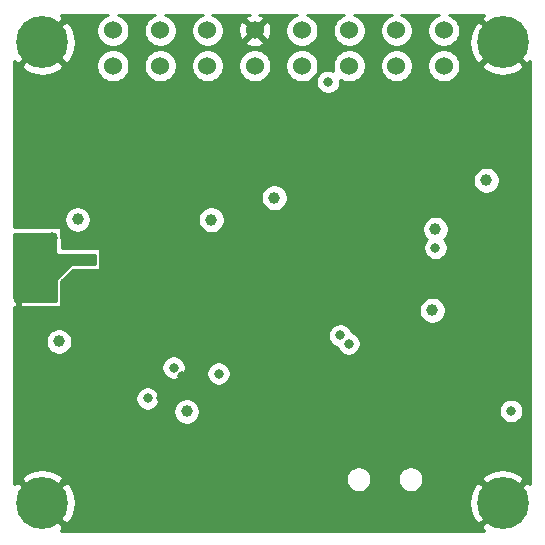
<source format=gbr>
G04 #@! TF.GenerationSoftware,KiCad,Pcbnew,5.1.6*
G04 #@! TF.CreationDate,2020-06-26T20:36:41-07:00*
G04 #@! TF.ProjectId,MegaBote,4d656761-426f-4746-952e-6b696361645f,rev?*
G04 #@! TF.SameCoordinates,Original*
G04 #@! TF.FileFunction,Copper,L2,Inr*
G04 #@! TF.FilePolarity,Positive*
%FSLAX46Y46*%
G04 Gerber Fmt 4.6, Leading zero omitted, Abs format (unit mm)*
G04 Created by KiCad (PCBNEW 5.1.6) date 2020-06-26 20:36:41*
%MOMM*%
%LPD*%
G01*
G04 APERTURE LIST*
G04 #@! TA.AperFunction,ViaPad*
%ADD10C,1.524000*%
G04 #@! TD*
G04 #@! TA.AperFunction,ViaPad*
%ADD11C,0.700000*%
G04 #@! TD*
G04 #@! TA.AperFunction,ViaPad*
%ADD12C,4.400000*%
G04 #@! TD*
G04 #@! TA.AperFunction,ViaPad*
%ADD13C,1.000000*%
G04 #@! TD*
G04 #@! TA.AperFunction,ViaPad*
%ADD14C,0.800000*%
G04 #@! TD*
G04 #@! TA.AperFunction,Conductor*
%ADD15C,0.500000*%
G04 #@! TD*
G04 #@! TA.AperFunction,Conductor*
%ADD16C,0.254000*%
G04 #@! TD*
G04 APERTURE END LIST*
D10*
X179000000Y-92000000D03*
X183000000Y-92000000D03*
X187000000Y-92000000D03*
X191000000Y-92000000D03*
X195000000Y-92000000D03*
X199000000Y-92000000D03*
X203000000Y-92000000D03*
X207000000Y-92000000D03*
X179000000Y-95000000D03*
X183000000Y-95000000D03*
X187000000Y-95000000D03*
X191000000Y-95000000D03*
X195000000Y-95000000D03*
X199000000Y-95000000D03*
X203000000Y-95000000D03*
X207000000Y-95000000D03*
D11*
X174166726Y-91833274D03*
X173000000Y-91350000D03*
X171833274Y-91833274D03*
X171350000Y-93000000D03*
X171833274Y-94166726D03*
X173000000Y-94650000D03*
X174166726Y-94166726D03*
X174650000Y-93000000D03*
D12*
X173000000Y-93000000D03*
X173000000Y-132000000D03*
D11*
X174650000Y-132000000D03*
X174166726Y-133166726D03*
X173000000Y-133650000D03*
X171833274Y-133166726D03*
X171350000Y-132000000D03*
X171833274Y-130833274D03*
X173000000Y-130350000D03*
X174166726Y-130833274D03*
D12*
X212000000Y-93000000D03*
D11*
X213650000Y-93000000D03*
X213166726Y-94166726D03*
X212000000Y-94650000D03*
X210833274Y-94166726D03*
X210350000Y-93000000D03*
X210833274Y-91833274D03*
X212000000Y-91350000D03*
X213166726Y-91833274D03*
X213166726Y-130833274D03*
X212000000Y-130350000D03*
X210833274Y-130833274D03*
X210350000Y-132000000D03*
X210833274Y-133166726D03*
X212000000Y-133650000D03*
X213166726Y-133166726D03*
X213650000Y-132000000D03*
D12*
X212000000Y-132000000D03*
D13*
X188610240Y-123347480D03*
D14*
X177271680Y-123271280D03*
X183055260Y-123118880D03*
D13*
X173863000Y-109550200D03*
D14*
X171069000Y-114655600D03*
D13*
X206098140Y-117782340D03*
X210947000Y-111734600D03*
X172252640Y-118277640D03*
X183134718Y-104702180D03*
X180493142Y-109602200D03*
X172000000Y-98000000D03*
X175000000Y-98000000D03*
X178000000Y-98000000D03*
X181000000Y-98000000D03*
X181000000Y-102000000D03*
X178000000Y-102000000D03*
X175000000Y-102000000D03*
X172000000Y-102000000D03*
X172000000Y-106000000D03*
X191000000Y-98000000D03*
X194000000Y-98000000D03*
X191000000Y-100000000D03*
X194000000Y-100000000D03*
X199000000Y-110000000D03*
X201000000Y-108000000D03*
X203000000Y-106000000D03*
X202000000Y-112000000D03*
X204000000Y-110000000D03*
X185397800Y-109602200D03*
X183397800Y-109602200D03*
X185000000Y-113000000D03*
X172186600Y-122021600D03*
X175000000Y-122000000D03*
X172000000Y-126000000D03*
X175000000Y-126000000D03*
X191000000Y-125000000D03*
X195000000Y-125000000D03*
X195000000Y-129000000D03*
X191000000Y-129000000D03*
X191000000Y-133000000D03*
X195000000Y-133000000D03*
X207000000Y-123000000D03*
X210000000Y-123000000D03*
D14*
X184840769Y-121248987D03*
D13*
X185233459Y-124258914D03*
X210609180Y-104686100D03*
X206298700Y-108839000D03*
X206039720Y-115686840D03*
X174424340Y-118328440D03*
X187325000Y-108027200D03*
X176000000Y-108000000D03*
D14*
X187934600Y-121056400D03*
X198945315Y-118521663D03*
X206298700Y-110413800D03*
X184133661Y-120541879D03*
X181924200Y-123150200D03*
X198238208Y-117814555D03*
X212699600Y-124202000D03*
D13*
X192645774Y-106169986D03*
D14*
X197205600Y-96342200D03*
D15*
X171069000Y-114655600D02*
X171069000Y-115671600D01*
D16*
G36*
X178338273Y-90761995D02*
G01*
X178109465Y-90914880D01*
X177914880Y-91109465D01*
X177761995Y-91338273D01*
X177656686Y-91592510D01*
X177603000Y-91862408D01*
X177603000Y-92137592D01*
X177656686Y-92407490D01*
X177761995Y-92661727D01*
X177914880Y-92890535D01*
X178109465Y-93085120D01*
X178338273Y-93238005D01*
X178592510Y-93343314D01*
X178862408Y-93397000D01*
X179137592Y-93397000D01*
X179407490Y-93343314D01*
X179661727Y-93238005D01*
X179890535Y-93085120D01*
X180085120Y-92890535D01*
X180238005Y-92661727D01*
X180343314Y-92407490D01*
X180397000Y-92137592D01*
X180397000Y-91862408D01*
X180343314Y-91592510D01*
X180238005Y-91338273D01*
X180085120Y-91109465D01*
X179890535Y-90914880D01*
X179661727Y-90761995D01*
X179415491Y-90660000D01*
X182584509Y-90660000D01*
X182338273Y-90761995D01*
X182109465Y-90914880D01*
X181914880Y-91109465D01*
X181761995Y-91338273D01*
X181656686Y-91592510D01*
X181603000Y-91862408D01*
X181603000Y-92137592D01*
X181656686Y-92407490D01*
X181761995Y-92661727D01*
X181914880Y-92890535D01*
X182109465Y-93085120D01*
X182338273Y-93238005D01*
X182592510Y-93343314D01*
X182862408Y-93397000D01*
X183137592Y-93397000D01*
X183407490Y-93343314D01*
X183661727Y-93238005D01*
X183890535Y-93085120D01*
X184085120Y-92890535D01*
X184238005Y-92661727D01*
X184343314Y-92407490D01*
X184397000Y-92137592D01*
X184397000Y-91862408D01*
X184343314Y-91592510D01*
X184238005Y-91338273D01*
X184085120Y-91109465D01*
X183890535Y-90914880D01*
X183661727Y-90761995D01*
X183415491Y-90660000D01*
X186584509Y-90660000D01*
X186338273Y-90761995D01*
X186109465Y-90914880D01*
X185914880Y-91109465D01*
X185761995Y-91338273D01*
X185656686Y-91592510D01*
X185603000Y-91862408D01*
X185603000Y-92137592D01*
X185656686Y-92407490D01*
X185761995Y-92661727D01*
X185914880Y-92890535D01*
X186109465Y-93085120D01*
X186338273Y-93238005D01*
X186592510Y-93343314D01*
X186862408Y-93397000D01*
X187137592Y-93397000D01*
X187407490Y-93343314D01*
X187661727Y-93238005D01*
X187890535Y-93085120D01*
X188010090Y-92965565D01*
X190214040Y-92965565D01*
X190281020Y-93205656D01*
X190530048Y-93322756D01*
X190797135Y-93389023D01*
X191072017Y-93401910D01*
X191344133Y-93360922D01*
X191603023Y-93267636D01*
X191718980Y-93205656D01*
X191785960Y-92965565D01*
X191000000Y-92179605D01*
X190214040Y-92965565D01*
X188010090Y-92965565D01*
X188085120Y-92890535D01*
X188238005Y-92661727D01*
X188343314Y-92407490D01*
X188397000Y-92137592D01*
X188397000Y-92072017D01*
X189598090Y-92072017D01*
X189639078Y-92344133D01*
X189732364Y-92603023D01*
X189794344Y-92718980D01*
X190034435Y-92785960D01*
X190820395Y-92000000D01*
X191179605Y-92000000D01*
X191965565Y-92785960D01*
X192205656Y-92718980D01*
X192322756Y-92469952D01*
X192389023Y-92202865D01*
X192401910Y-91927983D01*
X192360922Y-91655867D01*
X192267636Y-91396977D01*
X192205656Y-91281020D01*
X191965565Y-91214040D01*
X191179605Y-92000000D01*
X190820395Y-92000000D01*
X190034435Y-91214040D01*
X189794344Y-91281020D01*
X189677244Y-91530048D01*
X189610977Y-91797135D01*
X189598090Y-92072017D01*
X188397000Y-92072017D01*
X188397000Y-91862408D01*
X188343314Y-91592510D01*
X188238005Y-91338273D01*
X188085120Y-91109465D01*
X187890535Y-90914880D01*
X187661727Y-90761995D01*
X187415491Y-90660000D01*
X190597804Y-90660000D01*
X190396977Y-90732364D01*
X190281020Y-90794344D01*
X190214040Y-91034435D01*
X191000000Y-91820395D01*
X191785960Y-91034435D01*
X191718980Y-90794344D01*
X191469952Y-90677244D01*
X191400451Y-90660000D01*
X194584509Y-90660000D01*
X194338273Y-90761995D01*
X194109465Y-90914880D01*
X193914880Y-91109465D01*
X193761995Y-91338273D01*
X193656686Y-91592510D01*
X193603000Y-91862408D01*
X193603000Y-92137592D01*
X193656686Y-92407490D01*
X193761995Y-92661727D01*
X193914880Y-92890535D01*
X194109465Y-93085120D01*
X194338273Y-93238005D01*
X194592510Y-93343314D01*
X194862408Y-93397000D01*
X195137592Y-93397000D01*
X195407490Y-93343314D01*
X195661727Y-93238005D01*
X195890535Y-93085120D01*
X196085120Y-92890535D01*
X196238005Y-92661727D01*
X196343314Y-92407490D01*
X196397000Y-92137592D01*
X196397000Y-91862408D01*
X196343314Y-91592510D01*
X196238005Y-91338273D01*
X196085120Y-91109465D01*
X195890535Y-90914880D01*
X195661727Y-90761995D01*
X195415491Y-90660000D01*
X198584509Y-90660000D01*
X198338273Y-90761995D01*
X198109465Y-90914880D01*
X197914880Y-91109465D01*
X197761995Y-91338273D01*
X197656686Y-91592510D01*
X197603000Y-91862408D01*
X197603000Y-92137592D01*
X197656686Y-92407490D01*
X197761995Y-92661727D01*
X197914880Y-92890535D01*
X198109465Y-93085120D01*
X198338273Y-93238005D01*
X198592510Y-93343314D01*
X198862408Y-93397000D01*
X199137592Y-93397000D01*
X199407490Y-93343314D01*
X199661727Y-93238005D01*
X199890535Y-93085120D01*
X200085120Y-92890535D01*
X200238005Y-92661727D01*
X200343314Y-92407490D01*
X200397000Y-92137592D01*
X200397000Y-91862408D01*
X200343314Y-91592510D01*
X200238005Y-91338273D01*
X200085120Y-91109465D01*
X199890535Y-90914880D01*
X199661727Y-90761995D01*
X199415491Y-90660000D01*
X202584509Y-90660000D01*
X202338273Y-90761995D01*
X202109465Y-90914880D01*
X201914880Y-91109465D01*
X201761995Y-91338273D01*
X201656686Y-91592510D01*
X201603000Y-91862408D01*
X201603000Y-92137592D01*
X201656686Y-92407490D01*
X201761995Y-92661727D01*
X201914880Y-92890535D01*
X202109465Y-93085120D01*
X202338273Y-93238005D01*
X202592510Y-93343314D01*
X202862408Y-93397000D01*
X203137592Y-93397000D01*
X203407490Y-93343314D01*
X203661727Y-93238005D01*
X203890535Y-93085120D01*
X204085120Y-92890535D01*
X204238005Y-92661727D01*
X204343314Y-92407490D01*
X204397000Y-92137592D01*
X204397000Y-91862408D01*
X204343314Y-91592510D01*
X204238005Y-91338273D01*
X204085120Y-91109465D01*
X203890535Y-90914880D01*
X203661727Y-90761995D01*
X203415491Y-90660000D01*
X206584509Y-90660000D01*
X206338273Y-90761995D01*
X206109465Y-90914880D01*
X205914880Y-91109465D01*
X205761995Y-91338273D01*
X205656686Y-91592510D01*
X205603000Y-91862408D01*
X205603000Y-92137592D01*
X205656686Y-92407490D01*
X205761995Y-92661727D01*
X205914880Y-92890535D01*
X206109465Y-93085120D01*
X206338273Y-93238005D01*
X206592510Y-93343314D01*
X206862408Y-93397000D01*
X207137592Y-93397000D01*
X207407490Y-93343314D01*
X207661727Y-93238005D01*
X207890535Y-93085120D01*
X207960481Y-93015174D01*
X209151322Y-93015174D01*
X209209019Y-93570632D01*
X209373972Y-94104161D01*
X209622982Y-94570024D01*
X210010225Y-94810170D01*
X211820395Y-93000000D01*
X210010225Y-91189830D01*
X209622982Y-91429976D01*
X209362359Y-91923877D01*
X209203099Y-92459133D01*
X209151322Y-93015174D01*
X207960481Y-93015174D01*
X208085120Y-92890535D01*
X208238005Y-92661727D01*
X208343314Y-92407490D01*
X208397000Y-92137592D01*
X208397000Y-91862408D01*
X208343314Y-91592510D01*
X208238005Y-91338273D01*
X208085120Y-91109465D01*
X207890535Y-90914880D01*
X207661727Y-90761995D01*
X207415491Y-90660000D01*
X210407020Y-90660000D01*
X210189830Y-91010225D01*
X212000000Y-92820395D01*
X212014143Y-92806253D01*
X212193748Y-92985858D01*
X212179605Y-93000000D01*
X213989775Y-94810170D01*
X214340001Y-94592980D01*
X214340000Y-130407020D01*
X213989775Y-130189830D01*
X212179605Y-132000000D01*
X212193748Y-132014143D01*
X212014143Y-132193748D01*
X212000000Y-132179605D01*
X210189830Y-133989775D01*
X210407020Y-134340000D01*
X174592980Y-134340000D01*
X174810170Y-133989775D01*
X173000000Y-132179605D01*
X172985858Y-132193748D01*
X172806253Y-132014143D01*
X172820395Y-132000000D01*
X173179605Y-132000000D01*
X174989775Y-133810170D01*
X175377018Y-133570024D01*
X175637641Y-133076123D01*
X175796901Y-132540867D01*
X175845852Y-132015174D01*
X209151322Y-132015174D01*
X209209019Y-132570632D01*
X209373972Y-133104161D01*
X209622982Y-133570024D01*
X210010225Y-133810170D01*
X211820395Y-132000000D01*
X210010225Y-130189830D01*
X209622982Y-130429976D01*
X209362359Y-130923877D01*
X209203099Y-131459133D01*
X209151322Y-132015174D01*
X175845852Y-132015174D01*
X175848678Y-131984826D01*
X175790981Y-131429368D01*
X175626028Y-130895839D01*
X175377018Y-130429976D01*
X174989775Y-130189830D01*
X173179605Y-132000000D01*
X172820395Y-132000000D01*
X171010225Y-130189830D01*
X170660000Y-130407020D01*
X170660000Y-130010225D01*
X171189830Y-130010225D01*
X173000000Y-131820395D01*
X174810170Y-130010225D01*
X174737559Y-129893137D01*
X198715000Y-129893137D01*
X198715000Y-130106863D01*
X198756696Y-130316483D01*
X198838485Y-130513940D01*
X198957225Y-130691647D01*
X199108353Y-130842775D01*
X199286060Y-130961515D01*
X199483517Y-131043304D01*
X199693137Y-131085000D01*
X199906863Y-131085000D01*
X200116483Y-131043304D01*
X200313940Y-130961515D01*
X200491647Y-130842775D01*
X200642775Y-130691647D01*
X200761515Y-130513940D01*
X200843304Y-130316483D01*
X200885000Y-130106863D01*
X200885000Y-129893137D01*
X203115000Y-129893137D01*
X203115000Y-130106863D01*
X203156696Y-130316483D01*
X203238485Y-130513940D01*
X203357225Y-130691647D01*
X203508353Y-130842775D01*
X203686060Y-130961515D01*
X203883517Y-131043304D01*
X204093137Y-131085000D01*
X204306863Y-131085000D01*
X204516483Y-131043304D01*
X204713940Y-130961515D01*
X204891647Y-130842775D01*
X205042775Y-130691647D01*
X205161515Y-130513940D01*
X205243304Y-130316483D01*
X205285000Y-130106863D01*
X205285000Y-130010225D01*
X210189830Y-130010225D01*
X212000000Y-131820395D01*
X213810170Y-130010225D01*
X213570024Y-129622982D01*
X213076123Y-129362359D01*
X212540867Y-129203099D01*
X211984826Y-129151322D01*
X211429368Y-129209019D01*
X210895839Y-129373972D01*
X210429976Y-129622982D01*
X210189830Y-130010225D01*
X205285000Y-130010225D01*
X205285000Y-129893137D01*
X205243304Y-129683517D01*
X205161515Y-129486060D01*
X205042775Y-129308353D01*
X204891647Y-129157225D01*
X204713940Y-129038485D01*
X204516483Y-128956696D01*
X204306863Y-128915000D01*
X204093137Y-128915000D01*
X203883517Y-128956696D01*
X203686060Y-129038485D01*
X203508353Y-129157225D01*
X203357225Y-129308353D01*
X203238485Y-129486060D01*
X203156696Y-129683517D01*
X203115000Y-129893137D01*
X200885000Y-129893137D01*
X200843304Y-129683517D01*
X200761515Y-129486060D01*
X200642775Y-129308353D01*
X200491647Y-129157225D01*
X200313940Y-129038485D01*
X200116483Y-128956696D01*
X199906863Y-128915000D01*
X199693137Y-128915000D01*
X199483517Y-128956696D01*
X199286060Y-129038485D01*
X199108353Y-129157225D01*
X198957225Y-129308353D01*
X198838485Y-129486060D01*
X198756696Y-129683517D01*
X198715000Y-129893137D01*
X174737559Y-129893137D01*
X174570024Y-129622982D01*
X174076123Y-129362359D01*
X173540867Y-129203099D01*
X172984826Y-129151322D01*
X172429368Y-129209019D01*
X171895839Y-129373972D01*
X171429976Y-129622982D01*
X171189830Y-130010225D01*
X170660000Y-130010225D01*
X170660000Y-123048261D01*
X180889200Y-123048261D01*
X180889200Y-123252139D01*
X180928974Y-123452098D01*
X181006995Y-123640456D01*
X181120263Y-123809974D01*
X181264426Y-123954137D01*
X181433944Y-124067405D01*
X181622302Y-124145426D01*
X181822261Y-124185200D01*
X182026139Y-124185200D01*
X182217551Y-124147126D01*
X184098459Y-124147126D01*
X184098459Y-124370702D01*
X184142076Y-124589981D01*
X184227635Y-124796538D01*
X184351847Y-124982434D01*
X184509939Y-125140526D01*
X184695835Y-125264738D01*
X184902392Y-125350297D01*
X185121671Y-125393914D01*
X185345247Y-125393914D01*
X185564526Y-125350297D01*
X185771083Y-125264738D01*
X185956979Y-125140526D01*
X186115071Y-124982434D01*
X186239283Y-124796538D01*
X186324842Y-124589981D01*
X186368459Y-124370702D01*
X186368459Y-124147126D01*
X186359098Y-124100061D01*
X211664600Y-124100061D01*
X211664600Y-124303939D01*
X211704374Y-124503898D01*
X211782395Y-124692256D01*
X211895663Y-124861774D01*
X212039826Y-125005937D01*
X212209344Y-125119205D01*
X212397702Y-125197226D01*
X212597661Y-125237000D01*
X212801539Y-125237000D01*
X213001498Y-125197226D01*
X213189856Y-125119205D01*
X213359374Y-125005937D01*
X213503537Y-124861774D01*
X213616805Y-124692256D01*
X213694826Y-124503898D01*
X213734600Y-124303939D01*
X213734600Y-124100061D01*
X213694826Y-123900102D01*
X213616805Y-123711744D01*
X213503537Y-123542226D01*
X213359374Y-123398063D01*
X213189856Y-123284795D01*
X213001498Y-123206774D01*
X212801539Y-123167000D01*
X212597661Y-123167000D01*
X212397702Y-123206774D01*
X212209344Y-123284795D01*
X212039826Y-123398063D01*
X211895663Y-123542226D01*
X211782395Y-123711744D01*
X211704374Y-123900102D01*
X211664600Y-124100061D01*
X186359098Y-124100061D01*
X186324842Y-123927847D01*
X186239283Y-123721290D01*
X186115071Y-123535394D01*
X185956979Y-123377302D01*
X185771083Y-123253090D01*
X185564526Y-123167531D01*
X185345247Y-123123914D01*
X185121671Y-123123914D01*
X184902392Y-123167531D01*
X184695835Y-123253090D01*
X184509939Y-123377302D01*
X184351847Y-123535394D01*
X184227635Y-123721290D01*
X184142076Y-123927847D01*
X184098459Y-124147126D01*
X182217551Y-124147126D01*
X182226098Y-124145426D01*
X182414456Y-124067405D01*
X182583974Y-123954137D01*
X182728137Y-123809974D01*
X182841405Y-123640456D01*
X182919426Y-123452098D01*
X182959200Y-123252139D01*
X182959200Y-123048261D01*
X182919426Y-122848302D01*
X182841405Y-122659944D01*
X182728137Y-122490426D01*
X182583974Y-122346263D01*
X182414456Y-122232995D01*
X182226098Y-122154974D01*
X182026139Y-122115200D01*
X181822261Y-122115200D01*
X181622302Y-122154974D01*
X181433944Y-122232995D01*
X181264426Y-122346263D01*
X181120263Y-122490426D01*
X181006995Y-122659944D01*
X180928974Y-122848302D01*
X180889200Y-123048261D01*
X170660000Y-123048261D01*
X170660000Y-120439940D01*
X183098661Y-120439940D01*
X183098661Y-120643818D01*
X183138435Y-120843777D01*
X183216456Y-121032135D01*
X183329724Y-121201653D01*
X183473887Y-121345816D01*
X183643405Y-121459084D01*
X183831763Y-121537105D01*
X184031722Y-121576879D01*
X184235600Y-121576879D01*
X184435559Y-121537105D01*
X184623917Y-121459084D01*
X184793435Y-121345816D01*
X184937598Y-121201653D01*
X185050866Y-121032135D01*
X185083039Y-120954461D01*
X186899600Y-120954461D01*
X186899600Y-121158339D01*
X186939374Y-121358298D01*
X187017395Y-121546656D01*
X187130663Y-121716174D01*
X187274826Y-121860337D01*
X187444344Y-121973605D01*
X187632702Y-122051626D01*
X187832661Y-122091400D01*
X188036539Y-122091400D01*
X188236498Y-122051626D01*
X188424856Y-121973605D01*
X188594374Y-121860337D01*
X188738537Y-121716174D01*
X188851805Y-121546656D01*
X188929826Y-121358298D01*
X188969600Y-121158339D01*
X188969600Y-120954461D01*
X188929826Y-120754502D01*
X188851805Y-120566144D01*
X188738537Y-120396626D01*
X188594374Y-120252463D01*
X188424856Y-120139195D01*
X188236498Y-120061174D01*
X188036539Y-120021400D01*
X187832661Y-120021400D01*
X187632702Y-120061174D01*
X187444344Y-120139195D01*
X187274826Y-120252463D01*
X187130663Y-120396626D01*
X187017395Y-120566144D01*
X186939374Y-120754502D01*
X186899600Y-120954461D01*
X185083039Y-120954461D01*
X185128887Y-120843777D01*
X185168661Y-120643818D01*
X185168661Y-120439940D01*
X185128887Y-120239981D01*
X185050866Y-120051623D01*
X184937598Y-119882105D01*
X184793435Y-119737942D01*
X184623917Y-119624674D01*
X184435559Y-119546653D01*
X184235600Y-119506879D01*
X184031722Y-119506879D01*
X183831763Y-119546653D01*
X183643405Y-119624674D01*
X183473887Y-119737942D01*
X183329724Y-119882105D01*
X183216456Y-120051623D01*
X183138435Y-120239981D01*
X183098661Y-120439940D01*
X170660000Y-120439940D01*
X170660000Y-118216652D01*
X173289340Y-118216652D01*
X173289340Y-118440228D01*
X173332957Y-118659507D01*
X173418516Y-118866064D01*
X173542728Y-119051960D01*
X173700820Y-119210052D01*
X173886716Y-119334264D01*
X174093273Y-119419823D01*
X174312552Y-119463440D01*
X174536128Y-119463440D01*
X174755407Y-119419823D01*
X174961964Y-119334264D01*
X175147860Y-119210052D01*
X175305952Y-119051960D01*
X175430164Y-118866064D01*
X175515723Y-118659507D01*
X175559340Y-118440228D01*
X175559340Y-118216652D01*
X175515723Y-117997373D01*
X175430164Y-117790816D01*
X175377913Y-117712616D01*
X197203208Y-117712616D01*
X197203208Y-117916494D01*
X197242982Y-118116453D01*
X197321003Y-118304811D01*
X197434271Y-118474329D01*
X197578434Y-118618492D01*
X197747952Y-118731760D01*
X197936310Y-118809781D01*
X197947803Y-118812067D01*
X197950089Y-118823561D01*
X198028110Y-119011919D01*
X198141378Y-119181437D01*
X198285541Y-119325600D01*
X198455059Y-119438868D01*
X198643417Y-119516889D01*
X198843376Y-119556663D01*
X199047254Y-119556663D01*
X199247213Y-119516889D01*
X199435571Y-119438868D01*
X199605089Y-119325600D01*
X199749252Y-119181437D01*
X199862520Y-119011919D01*
X199940541Y-118823561D01*
X199980315Y-118623602D01*
X199980315Y-118419724D01*
X199940541Y-118219765D01*
X199862520Y-118031407D01*
X199749252Y-117861889D01*
X199605089Y-117717726D01*
X199435571Y-117604458D01*
X199247213Y-117526437D01*
X199235720Y-117524151D01*
X199233434Y-117512657D01*
X199155413Y-117324299D01*
X199042145Y-117154781D01*
X198897982Y-117010618D01*
X198728464Y-116897350D01*
X198540106Y-116819329D01*
X198340147Y-116779555D01*
X198136269Y-116779555D01*
X197936310Y-116819329D01*
X197747952Y-116897350D01*
X197578434Y-117010618D01*
X197434271Y-117154781D01*
X197321003Y-117324299D01*
X197242982Y-117512657D01*
X197203208Y-117712616D01*
X175377913Y-117712616D01*
X175305952Y-117604920D01*
X175147860Y-117446828D01*
X174961964Y-117322616D01*
X174755407Y-117237057D01*
X174536128Y-117193440D01*
X174312552Y-117193440D01*
X174093273Y-117237057D01*
X173886716Y-117322616D01*
X173700820Y-117446828D01*
X173542728Y-117604920D01*
X173418516Y-117790816D01*
X173332957Y-117997373D01*
X173289340Y-118216652D01*
X170660000Y-118216652D01*
X170660000Y-115575052D01*
X204904720Y-115575052D01*
X204904720Y-115798628D01*
X204948337Y-116017907D01*
X205033896Y-116224464D01*
X205158108Y-116410360D01*
X205316200Y-116568452D01*
X205502096Y-116692664D01*
X205708653Y-116778223D01*
X205927932Y-116821840D01*
X206151508Y-116821840D01*
X206370787Y-116778223D01*
X206577344Y-116692664D01*
X206763240Y-116568452D01*
X206921332Y-116410360D01*
X207045544Y-116224464D01*
X207131103Y-116017907D01*
X207174720Y-115798628D01*
X207174720Y-115575052D01*
X207131103Y-115355773D01*
X207045544Y-115149216D01*
X206921332Y-114963320D01*
X206763240Y-114805228D01*
X206577344Y-114681016D01*
X206370787Y-114595457D01*
X206151508Y-114551840D01*
X205927932Y-114551840D01*
X205708653Y-114595457D01*
X205502096Y-114681016D01*
X205316200Y-114805228D01*
X205158108Y-114963320D01*
X205033896Y-115149216D01*
X204948337Y-115355773D01*
X204904720Y-115575052D01*
X170660000Y-115575052D01*
X170660000Y-115377000D01*
X174500000Y-115377000D01*
X174524776Y-115374560D01*
X174548601Y-115367333D01*
X174570557Y-115355597D01*
X174589803Y-115339803D01*
X174605597Y-115320557D01*
X174617333Y-115298601D01*
X174624560Y-115274776D01*
X174627000Y-115249877D01*
X174625053Y-113236779D01*
X175616220Y-112292810D01*
X177750677Y-112267991D01*
X177775423Y-112265263D01*
X177799162Y-112257760D01*
X177820980Y-112245769D01*
X177840041Y-112229752D01*
X177855610Y-112210325D01*
X177867090Y-112188233D01*
X177874039Y-112164327D01*
X177876200Y-112141000D01*
X177876200Y-110566200D01*
X177873760Y-110541424D01*
X177866533Y-110517599D01*
X177854797Y-110495643D01*
X177839003Y-110476397D01*
X177819757Y-110460603D01*
X177797801Y-110448867D01*
X177773976Y-110441640D01*
X177749200Y-110439200D01*
X174648774Y-110439200D01*
X174626989Y-108748364D01*
X174624230Y-108723621D01*
X174616697Y-108699892D01*
X174604679Y-108678088D01*
X174588638Y-108659048D01*
X174569191Y-108643503D01*
X174547085Y-108632051D01*
X174523170Y-108625131D01*
X174500000Y-108623000D01*
X170660000Y-108623000D01*
X170660000Y-107888212D01*
X174865000Y-107888212D01*
X174865000Y-108111788D01*
X174908617Y-108331067D01*
X174994176Y-108537624D01*
X175118388Y-108723520D01*
X175276480Y-108881612D01*
X175462376Y-109005824D01*
X175668933Y-109091383D01*
X175888212Y-109135000D01*
X176111788Y-109135000D01*
X176331067Y-109091383D01*
X176537624Y-109005824D01*
X176723520Y-108881612D01*
X176881612Y-108723520D01*
X177005824Y-108537624D01*
X177091383Y-108331067D01*
X177135000Y-108111788D01*
X177135000Y-107915412D01*
X186190000Y-107915412D01*
X186190000Y-108138988D01*
X186233617Y-108358267D01*
X186319176Y-108564824D01*
X186443388Y-108750720D01*
X186601480Y-108908812D01*
X186787376Y-109033024D01*
X186993933Y-109118583D01*
X187213212Y-109162200D01*
X187436788Y-109162200D01*
X187656067Y-109118583D01*
X187862624Y-109033024D01*
X188048520Y-108908812D01*
X188206612Y-108750720D01*
X188222319Y-108727212D01*
X205163700Y-108727212D01*
X205163700Y-108950788D01*
X205207317Y-109170067D01*
X205292876Y-109376624D01*
X205417088Y-109562520D01*
X205551679Y-109697111D01*
X205494763Y-109754026D01*
X205381495Y-109923544D01*
X205303474Y-110111902D01*
X205263700Y-110311861D01*
X205263700Y-110515739D01*
X205303474Y-110715698D01*
X205381495Y-110904056D01*
X205494763Y-111073574D01*
X205638926Y-111217737D01*
X205808444Y-111331005D01*
X205996802Y-111409026D01*
X206196761Y-111448800D01*
X206400639Y-111448800D01*
X206600598Y-111409026D01*
X206788956Y-111331005D01*
X206958474Y-111217737D01*
X207102637Y-111073574D01*
X207215905Y-110904056D01*
X207293926Y-110715698D01*
X207333700Y-110515739D01*
X207333700Y-110311861D01*
X207293926Y-110111902D01*
X207215905Y-109923544D01*
X207102637Y-109754026D01*
X207045722Y-109697111D01*
X207180312Y-109562520D01*
X207304524Y-109376624D01*
X207390083Y-109170067D01*
X207433700Y-108950788D01*
X207433700Y-108727212D01*
X207390083Y-108507933D01*
X207304524Y-108301376D01*
X207180312Y-108115480D01*
X207022220Y-107957388D01*
X206836324Y-107833176D01*
X206629767Y-107747617D01*
X206410488Y-107704000D01*
X206186912Y-107704000D01*
X205967633Y-107747617D01*
X205761076Y-107833176D01*
X205575180Y-107957388D01*
X205417088Y-108115480D01*
X205292876Y-108301376D01*
X205207317Y-108507933D01*
X205163700Y-108727212D01*
X188222319Y-108727212D01*
X188330824Y-108564824D01*
X188416383Y-108358267D01*
X188460000Y-108138988D01*
X188460000Y-107915412D01*
X188416383Y-107696133D01*
X188330824Y-107489576D01*
X188206612Y-107303680D01*
X188048520Y-107145588D01*
X187862624Y-107021376D01*
X187656067Y-106935817D01*
X187436788Y-106892200D01*
X187213212Y-106892200D01*
X186993933Y-106935817D01*
X186787376Y-107021376D01*
X186601480Y-107145588D01*
X186443388Y-107303680D01*
X186319176Y-107489576D01*
X186233617Y-107696133D01*
X186190000Y-107915412D01*
X177135000Y-107915412D01*
X177135000Y-107888212D01*
X177091383Y-107668933D01*
X177005824Y-107462376D01*
X176881612Y-107276480D01*
X176723520Y-107118388D01*
X176537624Y-106994176D01*
X176331067Y-106908617D01*
X176111788Y-106865000D01*
X175888212Y-106865000D01*
X175668933Y-106908617D01*
X175462376Y-106994176D01*
X175276480Y-107118388D01*
X175118388Y-107276480D01*
X174994176Y-107462376D01*
X174908617Y-107668933D01*
X174865000Y-107888212D01*
X170660000Y-107888212D01*
X170660000Y-106058198D01*
X191510774Y-106058198D01*
X191510774Y-106281774D01*
X191554391Y-106501053D01*
X191639950Y-106707610D01*
X191764162Y-106893506D01*
X191922254Y-107051598D01*
X192108150Y-107175810D01*
X192314707Y-107261369D01*
X192533986Y-107304986D01*
X192757562Y-107304986D01*
X192976841Y-107261369D01*
X193183398Y-107175810D01*
X193369294Y-107051598D01*
X193527386Y-106893506D01*
X193651598Y-106707610D01*
X193737157Y-106501053D01*
X193780774Y-106281774D01*
X193780774Y-106058198D01*
X193737157Y-105838919D01*
X193651598Y-105632362D01*
X193527386Y-105446466D01*
X193369294Y-105288374D01*
X193183398Y-105164162D01*
X192976841Y-105078603D01*
X192757562Y-105034986D01*
X192533986Y-105034986D01*
X192314707Y-105078603D01*
X192108150Y-105164162D01*
X191922254Y-105288374D01*
X191764162Y-105446466D01*
X191639950Y-105632362D01*
X191554391Y-105838919D01*
X191510774Y-106058198D01*
X170660000Y-106058198D01*
X170660000Y-104574312D01*
X209474180Y-104574312D01*
X209474180Y-104797888D01*
X209517797Y-105017167D01*
X209603356Y-105223724D01*
X209727568Y-105409620D01*
X209885660Y-105567712D01*
X210071556Y-105691924D01*
X210278113Y-105777483D01*
X210497392Y-105821100D01*
X210720968Y-105821100D01*
X210940247Y-105777483D01*
X211146804Y-105691924D01*
X211332700Y-105567712D01*
X211490792Y-105409620D01*
X211615004Y-105223724D01*
X211700563Y-105017167D01*
X211744180Y-104797888D01*
X211744180Y-104574312D01*
X211700563Y-104355033D01*
X211615004Y-104148476D01*
X211490792Y-103962580D01*
X211332700Y-103804488D01*
X211146804Y-103680276D01*
X210940247Y-103594717D01*
X210720968Y-103551100D01*
X210497392Y-103551100D01*
X210278113Y-103594717D01*
X210071556Y-103680276D01*
X209885660Y-103804488D01*
X209727568Y-103962580D01*
X209603356Y-104148476D01*
X209517797Y-104355033D01*
X209474180Y-104574312D01*
X170660000Y-104574312D01*
X170660000Y-94989775D01*
X171189830Y-94989775D01*
X171429976Y-95377018D01*
X171923877Y-95637641D01*
X172459133Y-95796901D01*
X173015174Y-95848678D01*
X173570632Y-95790981D01*
X174104161Y-95626028D01*
X174570024Y-95377018D01*
X174810170Y-94989775D01*
X174682803Y-94862408D01*
X177603000Y-94862408D01*
X177603000Y-95137592D01*
X177656686Y-95407490D01*
X177761995Y-95661727D01*
X177914880Y-95890535D01*
X178109465Y-96085120D01*
X178338273Y-96238005D01*
X178592510Y-96343314D01*
X178862408Y-96397000D01*
X179137592Y-96397000D01*
X179407490Y-96343314D01*
X179661727Y-96238005D01*
X179890535Y-96085120D01*
X180085120Y-95890535D01*
X180238005Y-95661727D01*
X180343314Y-95407490D01*
X180397000Y-95137592D01*
X180397000Y-94862408D01*
X181603000Y-94862408D01*
X181603000Y-95137592D01*
X181656686Y-95407490D01*
X181761995Y-95661727D01*
X181914880Y-95890535D01*
X182109465Y-96085120D01*
X182338273Y-96238005D01*
X182592510Y-96343314D01*
X182862408Y-96397000D01*
X183137592Y-96397000D01*
X183407490Y-96343314D01*
X183661727Y-96238005D01*
X183890535Y-96085120D01*
X184085120Y-95890535D01*
X184238005Y-95661727D01*
X184343314Y-95407490D01*
X184397000Y-95137592D01*
X184397000Y-94862408D01*
X185603000Y-94862408D01*
X185603000Y-95137592D01*
X185656686Y-95407490D01*
X185761995Y-95661727D01*
X185914880Y-95890535D01*
X186109465Y-96085120D01*
X186338273Y-96238005D01*
X186592510Y-96343314D01*
X186862408Y-96397000D01*
X187137592Y-96397000D01*
X187407490Y-96343314D01*
X187661727Y-96238005D01*
X187890535Y-96085120D01*
X188085120Y-95890535D01*
X188238005Y-95661727D01*
X188343314Y-95407490D01*
X188397000Y-95137592D01*
X188397000Y-94862408D01*
X189603000Y-94862408D01*
X189603000Y-95137592D01*
X189656686Y-95407490D01*
X189761995Y-95661727D01*
X189914880Y-95890535D01*
X190109465Y-96085120D01*
X190338273Y-96238005D01*
X190592510Y-96343314D01*
X190862408Y-96397000D01*
X191137592Y-96397000D01*
X191407490Y-96343314D01*
X191661727Y-96238005D01*
X191890535Y-96085120D01*
X192085120Y-95890535D01*
X192238005Y-95661727D01*
X192343314Y-95407490D01*
X192397000Y-95137592D01*
X192397000Y-94862408D01*
X193603000Y-94862408D01*
X193603000Y-95137592D01*
X193656686Y-95407490D01*
X193761995Y-95661727D01*
X193914880Y-95890535D01*
X194109465Y-96085120D01*
X194338273Y-96238005D01*
X194592510Y-96343314D01*
X194862408Y-96397000D01*
X195137592Y-96397000D01*
X195407490Y-96343314D01*
X195656280Y-96240261D01*
X196170600Y-96240261D01*
X196170600Y-96444139D01*
X196210374Y-96644098D01*
X196288395Y-96832456D01*
X196401663Y-97001974D01*
X196545826Y-97146137D01*
X196715344Y-97259405D01*
X196903702Y-97337426D01*
X197103661Y-97377200D01*
X197307539Y-97377200D01*
X197507498Y-97337426D01*
X197695856Y-97259405D01*
X197865374Y-97146137D01*
X198009537Y-97001974D01*
X198122805Y-96832456D01*
X198200826Y-96644098D01*
X198240600Y-96444139D01*
X198240600Y-96240261D01*
X198225111Y-96162392D01*
X198338273Y-96238005D01*
X198592510Y-96343314D01*
X198862408Y-96397000D01*
X199137592Y-96397000D01*
X199407490Y-96343314D01*
X199661727Y-96238005D01*
X199890535Y-96085120D01*
X200085120Y-95890535D01*
X200238005Y-95661727D01*
X200343314Y-95407490D01*
X200397000Y-95137592D01*
X200397000Y-94862408D01*
X201603000Y-94862408D01*
X201603000Y-95137592D01*
X201656686Y-95407490D01*
X201761995Y-95661727D01*
X201914880Y-95890535D01*
X202109465Y-96085120D01*
X202338273Y-96238005D01*
X202592510Y-96343314D01*
X202862408Y-96397000D01*
X203137592Y-96397000D01*
X203407490Y-96343314D01*
X203661727Y-96238005D01*
X203890535Y-96085120D01*
X204085120Y-95890535D01*
X204238005Y-95661727D01*
X204343314Y-95407490D01*
X204397000Y-95137592D01*
X204397000Y-94862408D01*
X205603000Y-94862408D01*
X205603000Y-95137592D01*
X205656686Y-95407490D01*
X205761995Y-95661727D01*
X205914880Y-95890535D01*
X206109465Y-96085120D01*
X206338273Y-96238005D01*
X206592510Y-96343314D01*
X206862408Y-96397000D01*
X207137592Y-96397000D01*
X207407490Y-96343314D01*
X207661727Y-96238005D01*
X207890535Y-96085120D01*
X208085120Y-95890535D01*
X208238005Y-95661727D01*
X208343314Y-95407490D01*
X208397000Y-95137592D01*
X208397000Y-94989775D01*
X210189830Y-94989775D01*
X210429976Y-95377018D01*
X210923877Y-95637641D01*
X211459133Y-95796901D01*
X212015174Y-95848678D01*
X212570632Y-95790981D01*
X213104161Y-95626028D01*
X213570024Y-95377018D01*
X213810170Y-94989775D01*
X212000000Y-93179605D01*
X210189830Y-94989775D01*
X208397000Y-94989775D01*
X208397000Y-94862408D01*
X208343314Y-94592510D01*
X208238005Y-94338273D01*
X208085120Y-94109465D01*
X207890535Y-93914880D01*
X207661727Y-93761995D01*
X207407490Y-93656686D01*
X207137592Y-93603000D01*
X206862408Y-93603000D01*
X206592510Y-93656686D01*
X206338273Y-93761995D01*
X206109465Y-93914880D01*
X205914880Y-94109465D01*
X205761995Y-94338273D01*
X205656686Y-94592510D01*
X205603000Y-94862408D01*
X204397000Y-94862408D01*
X204343314Y-94592510D01*
X204238005Y-94338273D01*
X204085120Y-94109465D01*
X203890535Y-93914880D01*
X203661727Y-93761995D01*
X203407490Y-93656686D01*
X203137592Y-93603000D01*
X202862408Y-93603000D01*
X202592510Y-93656686D01*
X202338273Y-93761995D01*
X202109465Y-93914880D01*
X201914880Y-94109465D01*
X201761995Y-94338273D01*
X201656686Y-94592510D01*
X201603000Y-94862408D01*
X200397000Y-94862408D01*
X200343314Y-94592510D01*
X200238005Y-94338273D01*
X200085120Y-94109465D01*
X199890535Y-93914880D01*
X199661727Y-93761995D01*
X199407490Y-93656686D01*
X199137592Y-93603000D01*
X198862408Y-93603000D01*
X198592510Y-93656686D01*
X198338273Y-93761995D01*
X198109465Y-93914880D01*
X197914880Y-94109465D01*
X197761995Y-94338273D01*
X197656686Y-94592510D01*
X197603000Y-94862408D01*
X197603000Y-95137592D01*
X197656686Y-95407490D01*
X197657326Y-95409035D01*
X197507498Y-95346974D01*
X197307539Y-95307200D01*
X197103661Y-95307200D01*
X196903702Y-95346974D01*
X196715344Y-95424995D01*
X196545826Y-95538263D01*
X196401663Y-95682426D01*
X196288395Y-95851944D01*
X196210374Y-96040302D01*
X196170600Y-96240261D01*
X195656280Y-96240261D01*
X195661727Y-96238005D01*
X195890535Y-96085120D01*
X196085120Y-95890535D01*
X196238005Y-95661727D01*
X196343314Y-95407490D01*
X196397000Y-95137592D01*
X196397000Y-94862408D01*
X196343314Y-94592510D01*
X196238005Y-94338273D01*
X196085120Y-94109465D01*
X195890535Y-93914880D01*
X195661727Y-93761995D01*
X195407490Y-93656686D01*
X195137592Y-93603000D01*
X194862408Y-93603000D01*
X194592510Y-93656686D01*
X194338273Y-93761995D01*
X194109465Y-93914880D01*
X193914880Y-94109465D01*
X193761995Y-94338273D01*
X193656686Y-94592510D01*
X193603000Y-94862408D01*
X192397000Y-94862408D01*
X192343314Y-94592510D01*
X192238005Y-94338273D01*
X192085120Y-94109465D01*
X191890535Y-93914880D01*
X191661727Y-93761995D01*
X191407490Y-93656686D01*
X191137592Y-93603000D01*
X190862408Y-93603000D01*
X190592510Y-93656686D01*
X190338273Y-93761995D01*
X190109465Y-93914880D01*
X189914880Y-94109465D01*
X189761995Y-94338273D01*
X189656686Y-94592510D01*
X189603000Y-94862408D01*
X188397000Y-94862408D01*
X188343314Y-94592510D01*
X188238005Y-94338273D01*
X188085120Y-94109465D01*
X187890535Y-93914880D01*
X187661727Y-93761995D01*
X187407490Y-93656686D01*
X187137592Y-93603000D01*
X186862408Y-93603000D01*
X186592510Y-93656686D01*
X186338273Y-93761995D01*
X186109465Y-93914880D01*
X185914880Y-94109465D01*
X185761995Y-94338273D01*
X185656686Y-94592510D01*
X185603000Y-94862408D01*
X184397000Y-94862408D01*
X184343314Y-94592510D01*
X184238005Y-94338273D01*
X184085120Y-94109465D01*
X183890535Y-93914880D01*
X183661727Y-93761995D01*
X183407490Y-93656686D01*
X183137592Y-93603000D01*
X182862408Y-93603000D01*
X182592510Y-93656686D01*
X182338273Y-93761995D01*
X182109465Y-93914880D01*
X181914880Y-94109465D01*
X181761995Y-94338273D01*
X181656686Y-94592510D01*
X181603000Y-94862408D01*
X180397000Y-94862408D01*
X180343314Y-94592510D01*
X180238005Y-94338273D01*
X180085120Y-94109465D01*
X179890535Y-93914880D01*
X179661727Y-93761995D01*
X179407490Y-93656686D01*
X179137592Y-93603000D01*
X178862408Y-93603000D01*
X178592510Y-93656686D01*
X178338273Y-93761995D01*
X178109465Y-93914880D01*
X177914880Y-94109465D01*
X177761995Y-94338273D01*
X177656686Y-94592510D01*
X177603000Y-94862408D01*
X174682803Y-94862408D01*
X173000000Y-93179605D01*
X171189830Y-94989775D01*
X170660000Y-94989775D01*
X170660000Y-94592980D01*
X171010225Y-94810170D01*
X172820395Y-93000000D01*
X173179605Y-93000000D01*
X174989775Y-94810170D01*
X175377018Y-94570024D01*
X175637641Y-94076123D01*
X175796901Y-93540867D01*
X175848678Y-92984826D01*
X175790981Y-92429368D01*
X175626028Y-91895839D01*
X175377018Y-91429976D01*
X174989775Y-91189830D01*
X173179605Y-93000000D01*
X172820395Y-93000000D01*
X172806253Y-92985858D01*
X172985858Y-92806253D01*
X173000000Y-92820395D01*
X174810170Y-91010225D01*
X174592980Y-90660000D01*
X178584509Y-90660000D01*
X178338273Y-90761995D01*
G37*
X178338273Y-90761995D02*
X178109465Y-90914880D01*
X177914880Y-91109465D01*
X177761995Y-91338273D01*
X177656686Y-91592510D01*
X177603000Y-91862408D01*
X177603000Y-92137592D01*
X177656686Y-92407490D01*
X177761995Y-92661727D01*
X177914880Y-92890535D01*
X178109465Y-93085120D01*
X178338273Y-93238005D01*
X178592510Y-93343314D01*
X178862408Y-93397000D01*
X179137592Y-93397000D01*
X179407490Y-93343314D01*
X179661727Y-93238005D01*
X179890535Y-93085120D01*
X180085120Y-92890535D01*
X180238005Y-92661727D01*
X180343314Y-92407490D01*
X180397000Y-92137592D01*
X180397000Y-91862408D01*
X180343314Y-91592510D01*
X180238005Y-91338273D01*
X180085120Y-91109465D01*
X179890535Y-90914880D01*
X179661727Y-90761995D01*
X179415491Y-90660000D01*
X182584509Y-90660000D01*
X182338273Y-90761995D01*
X182109465Y-90914880D01*
X181914880Y-91109465D01*
X181761995Y-91338273D01*
X181656686Y-91592510D01*
X181603000Y-91862408D01*
X181603000Y-92137592D01*
X181656686Y-92407490D01*
X181761995Y-92661727D01*
X181914880Y-92890535D01*
X182109465Y-93085120D01*
X182338273Y-93238005D01*
X182592510Y-93343314D01*
X182862408Y-93397000D01*
X183137592Y-93397000D01*
X183407490Y-93343314D01*
X183661727Y-93238005D01*
X183890535Y-93085120D01*
X184085120Y-92890535D01*
X184238005Y-92661727D01*
X184343314Y-92407490D01*
X184397000Y-92137592D01*
X184397000Y-91862408D01*
X184343314Y-91592510D01*
X184238005Y-91338273D01*
X184085120Y-91109465D01*
X183890535Y-90914880D01*
X183661727Y-90761995D01*
X183415491Y-90660000D01*
X186584509Y-90660000D01*
X186338273Y-90761995D01*
X186109465Y-90914880D01*
X185914880Y-91109465D01*
X185761995Y-91338273D01*
X185656686Y-91592510D01*
X185603000Y-91862408D01*
X185603000Y-92137592D01*
X185656686Y-92407490D01*
X185761995Y-92661727D01*
X185914880Y-92890535D01*
X186109465Y-93085120D01*
X186338273Y-93238005D01*
X186592510Y-93343314D01*
X186862408Y-93397000D01*
X187137592Y-93397000D01*
X187407490Y-93343314D01*
X187661727Y-93238005D01*
X187890535Y-93085120D01*
X188010090Y-92965565D01*
X190214040Y-92965565D01*
X190281020Y-93205656D01*
X190530048Y-93322756D01*
X190797135Y-93389023D01*
X191072017Y-93401910D01*
X191344133Y-93360922D01*
X191603023Y-93267636D01*
X191718980Y-93205656D01*
X191785960Y-92965565D01*
X191000000Y-92179605D01*
X190214040Y-92965565D01*
X188010090Y-92965565D01*
X188085120Y-92890535D01*
X188238005Y-92661727D01*
X188343314Y-92407490D01*
X188397000Y-92137592D01*
X188397000Y-92072017D01*
X189598090Y-92072017D01*
X189639078Y-92344133D01*
X189732364Y-92603023D01*
X189794344Y-92718980D01*
X190034435Y-92785960D01*
X190820395Y-92000000D01*
X191179605Y-92000000D01*
X191965565Y-92785960D01*
X192205656Y-92718980D01*
X192322756Y-92469952D01*
X192389023Y-92202865D01*
X192401910Y-91927983D01*
X192360922Y-91655867D01*
X192267636Y-91396977D01*
X192205656Y-91281020D01*
X191965565Y-91214040D01*
X191179605Y-92000000D01*
X190820395Y-92000000D01*
X190034435Y-91214040D01*
X189794344Y-91281020D01*
X189677244Y-91530048D01*
X189610977Y-91797135D01*
X189598090Y-92072017D01*
X188397000Y-92072017D01*
X188397000Y-91862408D01*
X188343314Y-91592510D01*
X188238005Y-91338273D01*
X188085120Y-91109465D01*
X187890535Y-90914880D01*
X187661727Y-90761995D01*
X187415491Y-90660000D01*
X190597804Y-90660000D01*
X190396977Y-90732364D01*
X190281020Y-90794344D01*
X190214040Y-91034435D01*
X191000000Y-91820395D01*
X191785960Y-91034435D01*
X191718980Y-90794344D01*
X191469952Y-90677244D01*
X191400451Y-90660000D01*
X194584509Y-90660000D01*
X194338273Y-90761995D01*
X194109465Y-90914880D01*
X193914880Y-91109465D01*
X193761995Y-91338273D01*
X193656686Y-91592510D01*
X193603000Y-91862408D01*
X193603000Y-92137592D01*
X193656686Y-92407490D01*
X193761995Y-92661727D01*
X193914880Y-92890535D01*
X194109465Y-93085120D01*
X194338273Y-93238005D01*
X194592510Y-93343314D01*
X194862408Y-93397000D01*
X195137592Y-93397000D01*
X195407490Y-93343314D01*
X195661727Y-93238005D01*
X195890535Y-93085120D01*
X196085120Y-92890535D01*
X196238005Y-92661727D01*
X196343314Y-92407490D01*
X196397000Y-92137592D01*
X196397000Y-91862408D01*
X196343314Y-91592510D01*
X196238005Y-91338273D01*
X196085120Y-91109465D01*
X195890535Y-90914880D01*
X195661727Y-90761995D01*
X195415491Y-90660000D01*
X198584509Y-90660000D01*
X198338273Y-90761995D01*
X198109465Y-90914880D01*
X197914880Y-91109465D01*
X197761995Y-91338273D01*
X197656686Y-91592510D01*
X197603000Y-91862408D01*
X197603000Y-92137592D01*
X197656686Y-92407490D01*
X197761995Y-92661727D01*
X197914880Y-92890535D01*
X198109465Y-93085120D01*
X198338273Y-93238005D01*
X198592510Y-93343314D01*
X198862408Y-93397000D01*
X199137592Y-93397000D01*
X199407490Y-93343314D01*
X199661727Y-93238005D01*
X199890535Y-93085120D01*
X200085120Y-92890535D01*
X200238005Y-92661727D01*
X200343314Y-92407490D01*
X200397000Y-92137592D01*
X200397000Y-91862408D01*
X200343314Y-91592510D01*
X200238005Y-91338273D01*
X200085120Y-91109465D01*
X199890535Y-90914880D01*
X199661727Y-90761995D01*
X199415491Y-90660000D01*
X202584509Y-90660000D01*
X202338273Y-90761995D01*
X202109465Y-90914880D01*
X201914880Y-91109465D01*
X201761995Y-91338273D01*
X201656686Y-91592510D01*
X201603000Y-91862408D01*
X201603000Y-92137592D01*
X201656686Y-92407490D01*
X201761995Y-92661727D01*
X201914880Y-92890535D01*
X202109465Y-93085120D01*
X202338273Y-93238005D01*
X202592510Y-93343314D01*
X202862408Y-93397000D01*
X203137592Y-93397000D01*
X203407490Y-93343314D01*
X203661727Y-93238005D01*
X203890535Y-93085120D01*
X204085120Y-92890535D01*
X204238005Y-92661727D01*
X204343314Y-92407490D01*
X204397000Y-92137592D01*
X204397000Y-91862408D01*
X204343314Y-91592510D01*
X204238005Y-91338273D01*
X204085120Y-91109465D01*
X203890535Y-90914880D01*
X203661727Y-90761995D01*
X203415491Y-90660000D01*
X206584509Y-90660000D01*
X206338273Y-90761995D01*
X206109465Y-90914880D01*
X205914880Y-91109465D01*
X205761995Y-91338273D01*
X205656686Y-91592510D01*
X205603000Y-91862408D01*
X205603000Y-92137592D01*
X205656686Y-92407490D01*
X205761995Y-92661727D01*
X205914880Y-92890535D01*
X206109465Y-93085120D01*
X206338273Y-93238005D01*
X206592510Y-93343314D01*
X206862408Y-93397000D01*
X207137592Y-93397000D01*
X207407490Y-93343314D01*
X207661727Y-93238005D01*
X207890535Y-93085120D01*
X207960481Y-93015174D01*
X209151322Y-93015174D01*
X209209019Y-93570632D01*
X209373972Y-94104161D01*
X209622982Y-94570024D01*
X210010225Y-94810170D01*
X211820395Y-93000000D01*
X210010225Y-91189830D01*
X209622982Y-91429976D01*
X209362359Y-91923877D01*
X209203099Y-92459133D01*
X209151322Y-93015174D01*
X207960481Y-93015174D01*
X208085120Y-92890535D01*
X208238005Y-92661727D01*
X208343314Y-92407490D01*
X208397000Y-92137592D01*
X208397000Y-91862408D01*
X208343314Y-91592510D01*
X208238005Y-91338273D01*
X208085120Y-91109465D01*
X207890535Y-90914880D01*
X207661727Y-90761995D01*
X207415491Y-90660000D01*
X210407020Y-90660000D01*
X210189830Y-91010225D01*
X212000000Y-92820395D01*
X212014143Y-92806253D01*
X212193748Y-92985858D01*
X212179605Y-93000000D01*
X213989775Y-94810170D01*
X214340001Y-94592980D01*
X214340000Y-130407020D01*
X213989775Y-130189830D01*
X212179605Y-132000000D01*
X212193748Y-132014143D01*
X212014143Y-132193748D01*
X212000000Y-132179605D01*
X210189830Y-133989775D01*
X210407020Y-134340000D01*
X174592980Y-134340000D01*
X174810170Y-133989775D01*
X173000000Y-132179605D01*
X172985858Y-132193748D01*
X172806253Y-132014143D01*
X172820395Y-132000000D01*
X173179605Y-132000000D01*
X174989775Y-133810170D01*
X175377018Y-133570024D01*
X175637641Y-133076123D01*
X175796901Y-132540867D01*
X175845852Y-132015174D01*
X209151322Y-132015174D01*
X209209019Y-132570632D01*
X209373972Y-133104161D01*
X209622982Y-133570024D01*
X210010225Y-133810170D01*
X211820395Y-132000000D01*
X210010225Y-130189830D01*
X209622982Y-130429976D01*
X209362359Y-130923877D01*
X209203099Y-131459133D01*
X209151322Y-132015174D01*
X175845852Y-132015174D01*
X175848678Y-131984826D01*
X175790981Y-131429368D01*
X175626028Y-130895839D01*
X175377018Y-130429976D01*
X174989775Y-130189830D01*
X173179605Y-132000000D01*
X172820395Y-132000000D01*
X171010225Y-130189830D01*
X170660000Y-130407020D01*
X170660000Y-130010225D01*
X171189830Y-130010225D01*
X173000000Y-131820395D01*
X174810170Y-130010225D01*
X174737559Y-129893137D01*
X198715000Y-129893137D01*
X198715000Y-130106863D01*
X198756696Y-130316483D01*
X198838485Y-130513940D01*
X198957225Y-130691647D01*
X199108353Y-130842775D01*
X199286060Y-130961515D01*
X199483517Y-131043304D01*
X199693137Y-131085000D01*
X199906863Y-131085000D01*
X200116483Y-131043304D01*
X200313940Y-130961515D01*
X200491647Y-130842775D01*
X200642775Y-130691647D01*
X200761515Y-130513940D01*
X200843304Y-130316483D01*
X200885000Y-130106863D01*
X200885000Y-129893137D01*
X203115000Y-129893137D01*
X203115000Y-130106863D01*
X203156696Y-130316483D01*
X203238485Y-130513940D01*
X203357225Y-130691647D01*
X203508353Y-130842775D01*
X203686060Y-130961515D01*
X203883517Y-131043304D01*
X204093137Y-131085000D01*
X204306863Y-131085000D01*
X204516483Y-131043304D01*
X204713940Y-130961515D01*
X204891647Y-130842775D01*
X205042775Y-130691647D01*
X205161515Y-130513940D01*
X205243304Y-130316483D01*
X205285000Y-130106863D01*
X205285000Y-130010225D01*
X210189830Y-130010225D01*
X212000000Y-131820395D01*
X213810170Y-130010225D01*
X213570024Y-129622982D01*
X213076123Y-129362359D01*
X212540867Y-129203099D01*
X211984826Y-129151322D01*
X211429368Y-129209019D01*
X210895839Y-129373972D01*
X210429976Y-129622982D01*
X210189830Y-130010225D01*
X205285000Y-130010225D01*
X205285000Y-129893137D01*
X205243304Y-129683517D01*
X205161515Y-129486060D01*
X205042775Y-129308353D01*
X204891647Y-129157225D01*
X204713940Y-129038485D01*
X204516483Y-128956696D01*
X204306863Y-128915000D01*
X204093137Y-128915000D01*
X203883517Y-128956696D01*
X203686060Y-129038485D01*
X203508353Y-129157225D01*
X203357225Y-129308353D01*
X203238485Y-129486060D01*
X203156696Y-129683517D01*
X203115000Y-129893137D01*
X200885000Y-129893137D01*
X200843304Y-129683517D01*
X200761515Y-129486060D01*
X200642775Y-129308353D01*
X200491647Y-129157225D01*
X200313940Y-129038485D01*
X200116483Y-128956696D01*
X199906863Y-128915000D01*
X199693137Y-128915000D01*
X199483517Y-128956696D01*
X199286060Y-129038485D01*
X199108353Y-129157225D01*
X198957225Y-129308353D01*
X198838485Y-129486060D01*
X198756696Y-129683517D01*
X198715000Y-129893137D01*
X174737559Y-129893137D01*
X174570024Y-129622982D01*
X174076123Y-129362359D01*
X173540867Y-129203099D01*
X172984826Y-129151322D01*
X172429368Y-129209019D01*
X171895839Y-129373972D01*
X171429976Y-129622982D01*
X171189830Y-130010225D01*
X170660000Y-130010225D01*
X170660000Y-123048261D01*
X180889200Y-123048261D01*
X180889200Y-123252139D01*
X180928974Y-123452098D01*
X181006995Y-123640456D01*
X181120263Y-123809974D01*
X181264426Y-123954137D01*
X181433944Y-124067405D01*
X181622302Y-124145426D01*
X181822261Y-124185200D01*
X182026139Y-124185200D01*
X182217551Y-124147126D01*
X184098459Y-124147126D01*
X184098459Y-124370702D01*
X184142076Y-124589981D01*
X184227635Y-124796538D01*
X184351847Y-124982434D01*
X184509939Y-125140526D01*
X184695835Y-125264738D01*
X184902392Y-125350297D01*
X185121671Y-125393914D01*
X185345247Y-125393914D01*
X185564526Y-125350297D01*
X185771083Y-125264738D01*
X185956979Y-125140526D01*
X186115071Y-124982434D01*
X186239283Y-124796538D01*
X186324842Y-124589981D01*
X186368459Y-124370702D01*
X186368459Y-124147126D01*
X186359098Y-124100061D01*
X211664600Y-124100061D01*
X211664600Y-124303939D01*
X211704374Y-124503898D01*
X211782395Y-124692256D01*
X211895663Y-124861774D01*
X212039826Y-125005937D01*
X212209344Y-125119205D01*
X212397702Y-125197226D01*
X212597661Y-125237000D01*
X212801539Y-125237000D01*
X213001498Y-125197226D01*
X213189856Y-125119205D01*
X213359374Y-125005937D01*
X213503537Y-124861774D01*
X213616805Y-124692256D01*
X213694826Y-124503898D01*
X213734600Y-124303939D01*
X213734600Y-124100061D01*
X213694826Y-123900102D01*
X213616805Y-123711744D01*
X213503537Y-123542226D01*
X213359374Y-123398063D01*
X213189856Y-123284795D01*
X213001498Y-123206774D01*
X212801539Y-123167000D01*
X212597661Y-123167000D01*
X212397702Y-123206774D01*
X212209344Y-123284795D01*
X212039826Y-123398063D01*
X211895663Y-123542226D01*
X211782395Y-123711744D01*
X211704374Y-123900102D01*
X211664600Y-124100061D01*
X186359098Y-124100061D01*
X186324842Y-123927847D01*
X186239283Y-123721290D01*
X186115071Y-123535394D01*
X185956979Y-123377302D01*
X185771083Y-123253090D01*
X185564526Y-123167531D01*
X185345247Y-123123914D01*
X185121671Y-123123914D01*
X184902392Y-123167531D01*
X184695835Y-123253090D01*
X184509939Y-123377302D01*
X184351847Y-123535394D01*
X184227635Y-123721290D01*
X184142076Y-123927847D01*
X184098459Y-124147126D01*
X182217551Y-124147126D01*
X182226098Y-124145426D01*
X182414456Y-124067405D01*
X182583974Y-123954137D01*
X182728137Y-123809974D01*
X182841405Y-123640456D01*
X182919426Y-123452098D01*
X182959200Y-123252139D01*
X182959200Y-123048261D01*
X182919426Y-122848302D01*
X182841405Y-122659944D01*
X182728137Y-122490426D01*
X182583974Y-122346263D01*
X182414456Y-122232995D01*
X182226098Y-122154974D01*
X182026139Y-122115200D01*
X181822261Y-122115200D01*
X181622302Y-122154974D01*
X181433944Y-122232995D01*
X181264426Y-122346263D01*
X181120263Y-122490426D01*
X181006995Y-122659944D01*
X180928974Y-122848302D01*
X180889200Y-123048261D01*
X170660000Y-123048261D01*
X170660000Y-120439940D01*
X183098661Y-120439940D01*
X183098661Y-120643818D01*
X183138435Y-120843777D01*
X183216456Y-121032135D01*
X183329724Y-121201653D01*
X183473887Y-121345816D01*
X183643405Y-121459084D01*
X183831763Y-121537105D01*
X184031722Y-121576879D01*
X184235600Y-121576879D01*
X184435559Y-121537105D01*
X184623917Y-121459084D01*
X184793435Y-121345816D01*
X184937598Y-121201653D01*
X185050866Y-121032135D01*
X185083039Y-120954461D01*
X186899600Y-120954461D01*
X186899600Y-121158339D01*
X186939374Y-121358298D01*
X187017395Y-121546656D01*
X187130663Y-121716174D01*
X187274826Y-121860337D01*
X187444344Y-121973605D01*
X187632702Y-122051626D01*
X187832661Y-122091400D01*
X188036539Y-122091400D01*
X188236498Y-122051626D01*
X188424856Y-121973605D01*
X188594374Y-121860337D01*
X188738537Y-121716174D01*
X188851805Y-121546656D01*
X188929826Y-121358298D01*
X188969600Y-121158339D01*
X188969600Y-120954461D01*
X188929826Y-120754502D01*
X188851805Y-120566144D01*
X188738537Y-120396626D01*
X188594374Y-120252463D01*
X188424856Y-120139195D01*
X188236498Y-120061174D01*
X188036539Y-120021400D01*
X187832661Y-120021400D01*
X187632702Y-120061174D01*
X187444344Y-120139195D01*
X187274826Y-120252463D01*
X187130663Y-120396626D01*
X187017395Y-120566144D01*
X186939374Y-120754502D01*
X186899600Y-120954461D01*
X185083039Y-120954461D01*
X185128887Y-120843777D01*
X185168661Y-120643818D01*
X185168661Y-120439940D01*
X185128887Y-120239981D01*
X185050866Y-120051623D01*
X184937598Y-119882105D01*
X184793435Y-119737942D01*
X184623917Y-119624674D01*
X184435559Y-119546653D01*
X184235600Y-119506879D01*
X184031722Y-119506879D01*
X183831763Y-119546653D01*
X183643405Y-119624674D01*
X183473887Y-119737942D01*
X183329724Y-119882105D01*
X183216456Y-120051623D01*
X183138435Y-120239981D01*
X183098661Y-120439940D01*
X170660000Y-120439940D01*
X170660000Y-118216652D01*
X173289340Y-118216652D01*
X173289340Y-118440228D01*
X173332957Y-118659507D01*
X173418516Y-118866064D01*
X173542728Y-119051960D01*
X173700820Y-119210052D01*
X173886716Y-119334264D01*
X174093273Y-119419823D01*
X174312552Y-119463440D01*
X174536128Y-119463440D01*
X174755407Y-119419823D01*
X174961964Y-119334264D01*
X175147860Y-119210052D01*
X175305952Y-119051960D01*
X175430164Y-118866064D01*
X175515723Y-118659507D01*
X175559340Y-118440228D01*
X175559340Y-118216652D01*
X175515723Y-117997373D01*
X175430164Y-117790816D01*
X175377913Y-117712616D01*
X197203208Y-117712616D01*
X197203208Y-117916494D01*
X197242982Y-118116453D01*
X197321003Y-118304811D01*
X197434271Y-118474329D01*
X197578434Y-118618492D01*
X197747952Y-118731760D01*
X197936310Y-118809781D01*
X197947803Y-118812067D01*
X197950089Y-118823561D01*
X198028110Y-119011919D01*
X198141378Y-119181437D01*
X198285541Y-119325600D01*
X198455059Y-119438868D01*
X198643417Y-119516889D01*
X198843376Y-119556663D01*
X199047254Y-119556663D01*
X199247213Y-119516889D01*
X199435571Y-119438868D01*
X199605089Y-119325600D01*
X199749252Y-119181437D01*
X199862520Y-119011919D01*
X199940541Y-118823561D01*
X199980315Y-118623602D01*
X199980315Y-118419724D01*
X199940541Y-118219765D01*
X199862520Y-118031407D01*
X199749252Y-117861889D01*
X199605089Y-117717726D01*
X199435571Y-117604458D01*
X199247213Y-117526437D01*
X199235720Y-117524151D01*
X199233434Y-117512657D01*
X199155413Y-117324299D01*
X199042145Y-117154781D01*
X198897982Y-117010618D01*
X198728464Y-116897350D01*
X198540106Y-116819329D01*
X198340147Y-116779555D01*
X198136269Y-116779555D01*
X197936310Y-116819329D01*
X197747952Y-116897350D01*
X197578434Y-117010618D01*
X197434271Y-117154781D01*
X197321003Y-117324299D01*
X197242982Y-117512657D01*
X197203208Y-117712616D01*
X175377913Y-117712616D01*
X175305952Y-117604920D01*
X175147860Y-117446828D01*
X174961964Y-117322616D01*
X174755407Y-117237057D01*
X174536128Y-117193440D01*
X174312552Y-117193440D01*
X174093273Y-117237057D01*
X173886716Y-117322616D01*
X173700820Y-117446828D01*
X173542728Y-117604920D01*
X173418516Y-117790816D01*
X173332957Y-117997373D01*
X173289340Y-118216652D01*
X170660000Y-118216652D01*
X170660000Y-115575052D01*
X204904720Y-115575052D01*
X204904720Y-115798628D01*
X204948337Y-116017907D01*
X205033896Y-116224464D01*
X205158108Y-116410360D01*
X205316200Y-116568452D01*
X205502096Y-116692664D01*
X205708653Y-116778223D01*
X205927932Y-116821840D01*
X206151508Y-116821840D01*
X206370787Y-116778223D01*
X206577344Y-116692664D01*
X206763240Y-116568452D01*
X206921332Y-116410360D01*
X207045544Y-116224464D01*
X207131103Y-116017907D01*
X207174720Y-115798628D01*
X207174720Y-115575052D01*
X207131103Y-115355773D01*
X207045544Y-115149216D01*
X206921332Y-114963320D01*
X206763240Y-114805228D01*
X206577344Y-114681016D01*
X206370787Y-114595457D01*
X206151508Y-114551840D01*
X205927932Y-114551840D01*
X205708653Y-114595457D01*
X205502096Y-114681016D01*
X205316200Y-114805228D01*
X205158108Y-114963320D01*
X205033896Y-115149216D01*
X204948337Y-115355773D01*
X204904720Y-115575052D01*
X170660000Y-115575052D01*
X170660000Y-115377000D01*
X174500000Y-115377000D01*
X174524776Y-115374560D01*
X174548601Y-115367333D01*
X174570557Y-115355597D01*
X174589803Y-115339803D01*
X174605597Y-115320557D01*
X174617333Y-115298601D01*
X174624560Y-115274776D01*
X174627000Y-115249877D01*
X174625053Y-113236779D01*
X175616220Y-112292810D01*
X177750677Y-112267991D01*
X177775423Y-112265263D01*
X177799162Y-112257760D01*
X177820980Y-112245769D01*
X177840041Y-112229752D01*
X177855610Y-112210325D01*
X177867090Y-112188233D01*
X177874039Y-112164327D01*
X177876200Y-112141000D01*
X177876200Y-110566200D01*
X177873760Y-110541424D01*
X177866533Y-110517599D01*
X177854797Y-110495643D01*
X177839003Y-110476397D01*
X177819757Y-110460603D01*
X177797801Y-110448867D01*
X177773976Y-110441640D01*
X177749200Y-110439200D01*
X174648774Y-110439200D01*
X174626989Y-108748364D01*
X174624230Y-108723621D01*
X174616697Y-108699892D01*
X174604679Y-108678088D01*
X174588638Y-108659048D01*
X174569191Y-108643503D01*
X174547085Y-108632051D01*
X174523170Y-108625131D01*
X174500000Y-108623000D01*
X170660000Y-108623000D01*
X170660000Y-107888212D01*
X174865000Y-107888212D01*
X174865000Y-108111788D01*
X174908617Y-108331067D01*
X174994176Y-108537624D01*
X175118388Y-108723520D01*
X175276480Y-108881612D01*
X175462376Y-109005824D01*
X175668933Y-109091383D01*
X175888212Y-109135000D01*
X176111788Y-109135000D01*
X176331067Y-109091383D01*
X176537624Y-109005824D01*
X176723520Y-108881612D01*
X176881612Y-108723520D01*
X177005824Y-108537624D01*
X177091383Y-108331067D01*
X177135000Y-108111788D01*
X177135000Y-107915412D01*
X186190000Y-107915412D01*
X186190000Y-108138988D01*
X186233617Y-108358267D01*
X186319176Y-108564824D01*
X186443388Y-108750720D01*
X186601480Y-108908812D01*
X186787376Y-109033024D01*
X186993933Y-109118583D01*
X187213212Y-109162200D01*
X187436788Y-109162200D01*
X187656067Y-109118583D01*
X187862624Y-109033024D01*
X188048520Y-108908812D01*
X188206612Y-108750720D01*
X188222319Y-108727212D01*
X205163700Y-108727212D01*
X205163700Y-108950788D01*
X205207317Y-109170067D01*
X205292876Y-109376624D01*
X205417088Y-109562520D01*
X205551679Y-109697111D01*
X205494763Y-109754026D01*
X205381495Y-109923544D01*
X205303474Y-110111902D01*
X205263700Y-110311861D01*
X205263700Y-110515739D01*
X205303474Y-110715698D01*
X205381495Y-110904056D01*
X205494763Y-111073574D01*
X205638926Y-111217737D01*
X205808444Y-111331005D01*
X205996802Y-111409026D01*
X206196761Y-111448800D01*
X206400639Y-111448800D01*
X206600598Y-111409026D01*
X206788956Y-111331005D01*
X206958474Y-111217737D01*
X207102637Y-111073574D01*
X207215905Y-110904056D01*
X207293926Y-110715698D01*
X207333700Y-110515739D01*
X207333700Y-110311861D01*
X207293926Y-110111902D01*
X207215905Y-109923544D01*
X207102637Y-109754026D01*
X207045722Y-109697111D01*
X207180312Y-109562520D01*
X207304524Y-109376624D01*
X207390083Y-109170067D01*
X207433700Y-108950788D01*
X207433700Y-108727212D01*
X207390083Y-108507933D01*
X207304524Y-108301376D01*
X207180312Y-108115480D01*
X207022220Y-107957388D01*
X206836324Y-107833176D01*
X206629767Y-107747617D01*
X206410488Y-107704000D01*
X206186912Y-107704000D01*
X205967633Y-107747617D01*
X205761076Y-107833176D01*
X205575180Y-107957388D01*
X205417088Y-108115480D01*
X205292876Y-108301376D01*
X205207317Y-108507933D01*
X205163700Y-108727212D01*
X188222319Y-108727212D01*
X188330824Y-108564824D01*
X188416383Y-108358267D01*
X188460000Y-108138988D01*
X188460000Y-107915412D01*
X188416383Y-107696133D01*
X188330824Y-107489576D01*
X188206612Y-107303680D01*
X188048520Y-107145588D01*
X187862624Y-107021376D01*
X187656067Y-106935817D01*
X187436788Y-106892200D01*
X187213212Y-106892200D01*
X186993933Y-106935817D01*
X186787376Y-107021376D01*
X186601480Y-107145588D01*
X186443388Y-107303680D01*
X186319176Y-107489576D01*
X186233617Y-107696133D01*
X186190000Y-107915412D01*
X177135000Y-107915412D01*
X177135000Y-107888212D01*
X177091383Y-107668933D01*
X177005824Y-107462376D01*
X176881612Y-107276480D01*
X176723520Y-107118388D01*
X176537624Y-106994176D01*
X176331067Y-106908617D01*
X176111788Y-106865000D01*
X175888212Y-106865000D01*
X175668933Y-106908617D01*
X175462376Y-106994176D01*
X175276480Y-107118388D01*
X175118388Y-107276480D01*
X174994176Y-107462376D01*
X174908617Y-107668933D01*
X174865000Y-107888212D01*
X170660000Y-107888212D01*
X170660000Y-106058198D01*
X191510774Y-106058198D01*
X191510774Y-106281774D01*
X191554391Y-106501053D01*
X191639950Y-106707610D01*
X191764162Y-106893506D01*
X191922254Y-107051598D01*
X192108150Y-107175810D01*
X192314707Y-107261369D01*
X192533986Y-107304986D01*
X192757562Y-107304986D01*
X192976841Y-107261369D01*
X193183398Y-107175810D01*
X193369294Y-107051598D01*
X193527386Y-106893506D01*
X193651598Y-106707610D01*
X193737157Y-106501053D01*
X193780774Y-106281774D01*
X193780774Y-106058198D01*
X193737157Y-105838919D01*
X193651598Y-105632362D01*
X193527386Y-105446466D01*
X193369294Y-105288374D01*
X193183398Y-105164162D01*
X192976841Y-105078603D01*
X192757562Y-105034986D01*
X192533986Y-105034986D01*
X192314707Y-105078603D01*
X192108150Y-105164162D01*
X191922254Y-105288374D01*
X191764162Y-105446466D01*
X191639950Y-105632362D01*
X191554391Y-105838919D01*
X191510774Y-106058198D01*
X170660000Y-106058198D01*
X170660000Y-104574312D01*
X209474180Y-104574312D01*
X209474180Y-104797888D01*
X209517797Y-105017167D01*
X209603356Y-105223724D01*
X209727568Y-105409620D01*
X209885660Y-105567712D01*
X210071556Y-105691924D01*
X210278113Y-105777483D01*
X210497392Y-105821100D01*
X210720968Y-105821100D01*
X210940247Y-105777483D01*
X211146804Y-105691924D01*
X211332700Y-105567712D01*
X211490792Y-105409620D01*
X211615004Y-105223724D01*
X211700563Y-105017167D01*
X211744180Y-104797888D01*
X211744180Y-104574312D01*
X211700563Y-104355033D01*
X211615004Y-104148476D01*
X211490792Y-103962580D01*
X211332700Y-103804488D01*
X211146804Y-103680276D01*
X210940247Y-103594717D01*
X210720968Y-103551100D01*
X210497392Y-103551100D01*
X210278113Y-103594717D01*
X210071556Y-103680276D01*
X209885660Y-103804488D01*
X209727568Y-103962580D01*
X209603356Y-104148476D01*
X209517797Y-104355033D01*
X209474180Y-104574312D01*
X170660000Y-104574312D01*
X170660000Y-94989775D01*
X171189830Y-94989775D01*
X171429976Y-95377018D01*
X171923877Y-95637641D01*
X172459133Y-95796901D01*
X173015174Y-95848678D01*
X173570632Y-95790981D01*
X174104161Y-95626028D01*
X174570024Y-95377018D01*
X174810170Y-94989775D01*
X174682803Y-94862408D01*
X177603000Y-94862408D01*
X177603000Y-95137592D01*
X177656686Y-95407490D01*
X177761995Y-95661727D01*
X177914880Y-95890535D01*
X178109465Y-96085120D01*
X178338273Y-96238005D01*
X178592510Y-96343314D01*
X178862408Y-96397000D01*
X179137592Y-96397000D01*
X179407490Y-96343314D01*
X179661727Y-96238005D01*
X179890535Y-96085120D01*
X180085120Y-95890535D01*
X180238005Y-95661727D01*
X180343314Y-95407490D01*
X180397000Y-95137592D01*
X180397000Y-94862408D01*
X181603000Y-94862408D01*
X181603000Y-95137592D01*
X181656686Y-95407490D01*
X181761995Y-95661727D01*
X181914880Y-95890535D01*
X182109465Y-96085120D01*
X182338273Y-96238005D01*
X182592510Y-96343314D01*
X182862408Y-96397000D01*
X183137592Y-96397000D01*
X183407490Y-96343314D01*
X183661727Y-96238005D01*
X183890535Y-96085120D01*
X184085120Y-95890535D01*
X184238005Y-95661727D01*
X184343314Y-95407490D01*
X184397000Y-95137592D01*
X184397000Y-94862408D01*
X185603000Y-94862408D01*
X185603000Y-95137592D01*
X185656686Y-95407490D01*
X185761995Y-95661727D01*
X185914880Y-95890535D01*
X186109465Y-96085120D01*
X186338273Y-96238005D01*
X186592510Y-96343314D01*
X186862408Y-96397000D01*
X187137592Y-96397000D01*
X187407490Y-96343314D01*
X187661727Y-96238005D01*
X187890535Y-96085120D01*
X188085120Y-95890535D01*
X188238005Y-95661727D01*
X188343314Y-95407490D01*
X188397000Y-95137592D01*
X188397000Y-94862408D01*
X189603000Y-94862408D01*
X189603000Y-95137592D01*
X189656686Y-95407490D01*
X189761995Y-95661727D01*
X189914880Y-95890535D01*
X190109465Y-96085120D01*
X190338273Y-96238005D01*
X190592510Y-96343314D01*
X190862408Y-96397000D01*
X191137592Y-96397000D01*
X191407490Y-96343314D01*
X191661727Y-96238005D01*
X191890535Y-96085120D01*
X192085120Y-95890535D01*
X192238005Y-95661727D01*
X192343314Y-95407490D01*
X192397000Y-95137592D01*
X192397000Y-94862408D01*
X193603000Y-94862408D01*
X193603000Y-95137592D01*
X193656686Y-95407490D01*
X193761995Y-95661727D01*
X193914880Y-95890535D01*
X194109465Y-96085120D01*
X194338273Y-96238005D01*
X194592510Y-96343314D01*
X194862408Y-96397000D01*
X195137592Y-96397000D01*
X195407490Y-96343314D01*
X195656280Y-96240261D01*
X196170600Y-96240261D01*
X196170600Y-96444139D01*
X196210374Y-96644098D01*
X196288395Y-96832456D01*
X196401663Y-97001974D01*
X196545826Y-97146137D01*
X196715344Y-97259405D01*
X196903702Y-97337426D01*
X197103661Y-97377200D01*
X197307539Y-97377200D01*
X197507498Y-97337426D01*
X197695856Y-97259405D01*
X197865374Y-97146137D01*
X198009537Y-97001974D01*
X198122805Y-96832456D01*
X198200826Y-96644098D01*
X198240600Y-96444139D01*
X198240600Y-96240261D01*
X198225111Y-96162392D01*
X198338273Y-96238005D01*
X198592510Y-96343314D01*
X198862408Y-96397000D01*
X199137592Y-96397000D01*
X199407490Y-96343314D01*
X199661727Y-96238005D01*
X199890535Y-96085120D01*
X200085120Y-95890535D01*
X200238005Y-95661727D01*
X200343314Y-95407490D01*
X200397000Y-95137592D01*
X200397000Y-94862408D01*
X201603000Y-94862408D01*
X201603000Y-95137592D01*
X201656686Y-95407490D01*
X201761995Y-95661727D01*
X201914880Y-95890535D01*
X202109465Y-96085120D01*
X202338273Y-96238005D01*
X202592510Y-96343314D01*
X202862408Y-96397000D01*
X203137592Y-96397000D01*
X203407490Y-96343314D01*
X203661727Y-96238005D01*
X203890535Y-96085120D01*
X204085120Y-95890535D01*
X204238005Y-95661727D01*
X204343314Y-95407490D01*
X204397000Y-95137592D01*
X204397000Y-94862408D01*
X205603000Y-94862408D01*
X205603000Y-95137592D01*
X205656686Y-95407490D01*
X205761995Y-95661727D01*
X205914880Y-95890535D01*
X206109465Y-96085120D01*
X206338273Y-96238005D01*
X206592510Y-96343314D01*
X206862408Y-96397000D01*
X207137592Y-96397000D01*
X207407490Y-96343314D01*
X207661727Y-96238005D01*
X207890535Y-96085120D01*
X208085120Y-95890535D01*
X208238005Y-95661727D01*
X208343314Y-95407490D01*
X208397000Y-95137592D01*
X208397000Y-94989775D01*
X210189830Y-94989775D01*
X210429976Y-95377018D01*
X210923877Y-95637641D01*
X211459133Y-95796901D01*
X212015174Y-95848678D01*
X212570632Y-95790981D01*
X213104161Y-95626028D01*
X213570024Y-95377018D01*
X213810170Y-94989775D01*
X212000000Y-93179605D01*
X210189830Y-94989775D01*
X208397000Y-94989775D01*
X208397000Y-94862408D01*
X208343314Y-94592510D01*
X208238005Y-94338273D01*
X208085120Y-94109465D01*
X207890535Y-93914880D01*
X207661727Y-93761995D01*
X207407490Y-93656686D01*
X207137592Y-93603000D01*
X206862408Y-93603000D01*
X206592510Y-93656686D01*
X206338273Y-93761995D01*
X206109465Y-93914880D01*
X205914880Y-94109465D01*
X205761995Y-94338273D01*
X205656686Y-94592510D01*
X205603000Y-94862408D01*
X204397000Y-94862408D01*
X204343314Y-94592510D01*
X204238005Y-94338273D01*
X204085120Y-94109465D01*
X203890535Y-93914880D01*
X203661727Y-93761995D01*
X203407490Y-93656686D01*
X203137592Y-93603000D01*
X202862408Y-93603000D01*
X202592510Y-93656686D01*
X202338273Y-93761995D01*
X202109465Y-93914880D01*
X201914880Y-94109465D01*
X201761995Y-94338273D01*
X201656686Y-94592510D01*
X201603000Y-94862408D01*
X200397000Y-94862408D01*
X200343314Y-94592510D01*
X200238005Y-94338273D01*
X200085120Y-94109465D01*
X199890535Y-93914880D01*
X199661727Y-93761995D01*
X199407490Y-93656686D01*
X199137592Y-93603000D01*
X198862408Y-93603000D01*
X198592510Y-93656686D01*
X198338273Y-93761995D01*
X198109465Y-93914880D01*
X197914880Y-94109465D01*
X197761995Y-94338273D01*
X197656686Y-94592510D01*
X197603000Y-94862408D01*
X197603000Y-95137592D01*
X197656686Y-95407490D01*
X197657326Y-95409035D01*
X197507498Y-95346974D01*
X197307539Y-95307200D01*
X197103661Y-95307200D01*
X196903702Y-95346974D01*
X196715344Y-95424995D01*
X196545826Y-95538263D01*
X196401663Y-95682426D01*
X196288395Y-95851944D01*
X196210374Y-96040302D01*
X196170600Y-96240261D01*
X195656280Y-96240261D01*
X195661727Y-96238005D01*
X195890535Y-96085120D01*
X196085120Y-95890535D01*
X196238005Y-95661727D01*
X196343314Y-95407490D01*
X196397000Y-95137592D01*
X196397000Y-94862408D01*
X196343314Y-94592510D01*
X196238005Y-94338273D01*
X196085120Y-94109465D01*
X195890535Y-93914880D01*
X195661727Y-93761995D01*
X195407490Y-93656686D01*
X195137592Y-93603000D01*
X194862408Y-93603000D01*
X194592510Y-93656686D01*
X194338273Y-93761995D01*
X194109465Y-93914880D01*
X193914880Y-94109465D01*
X193761995Y-94338273D01*
X193656686Y-94592510D01*
X193603000Y-94862408D01*
X192397000Y-94862408D01*
X192343314Y-94592510D01*
X192238005Y-94338273D01*
X192085120Y-94109465D01*
X191890535Y-93914880D01*
X191661727Y-93761995D01*
X191407490Y-93656686D01*
X191137592Y-93603000D01*
X190862408Y-93603000D01*
X190592510Y-93656686D01*
X190338273Y-93761995D01*
X190109465Y-93914880D01*
X189914880Y-94109465D01*
X189761995Y-94338273D01*
X189656686Y-94592510D01*
X189603000Y-94862408D01*
X188397000Y-94862408D01*
X188343314Y-94592510D01*
X188238005Y-94338273D01*
X188085120Y-94109465D01*
X187890535Y-93914880D01*
X187661727Y-93761995D01*
X187407490Y-93656686D01*
X187137592Y-93603000D01*
X186862408Y-93603000D01*
X186592510Y-93656686D01*
X186338273Y-93761995D01*
X186109465Y-93914880D01*
X185914880Y-94109465D01*
X185761995Y-94338273D01*
X185656686Y-94592510D01*
X185603000Y-94862408D01*
X184397000Y-94862408D01*
X184343314Y-94592510D01*
X184238005Y-94338273D01*
X184085120Y-94109465D01*
X183890535Y-93914880D01*
X183661727Y-93761995D01*
X183407490Y-93656686D01*
X183137592Y-93603000D01*
X182862408Y-93603000D01*
X182592510Y-93656686D01*
X182338273Y-93761995D01*
X182109465Y-93914880D01*
X181914880Y-94109465D01*
X181761995Y-94338273D01*
X181656686Y-94592510D01*
X181603000Y-94862408D01*
X180397000Y-94862408D01*
X180343314Y-94592510D01*
X180238005Y-94338273D01*
X180085120Y-94109465D01*
X179890535Y-93914880D01*
X179661727Y-93761995D01*
X179407490Y-93656686D01*
X179137592Y-93603000D01*
X178862408Y-93603000D01*
X178592510Y-93656686D01*
X178338273Y-93761995D01*
X178109465Y-93914880D01*
X177914880Y-94109465D01*
X177761995Y-94338273D01*
X177656686Y-94592510D01*
X177603000Y-94862408D01*
X174682803Y-94862408D01*
X173000000Y-93179605D01*
X171189830Y-94989775D01*
X170660000Y-94989775D01*
X170660000Y-94592980D01*
X171010225Y-94810170D01*
X172820395Y-93000000D01*
X173179605Y-93000000D01*
X174989775Y-94810170D01*
X175377018Y-94570024D01*
X175637641Y-94076123D01*
X175796901Y-93540867D01*
X175848678Y-92984826D01*
X175790981Y-92429368D01*
X175626028Y-91895839D01*
X175377018Y-91429976D01*
X174989775Y-91189830D01*
X173179605Y-93000000D01*
X172820395Y-93000000D01*
X172806253Y-92985858D01*
X172985858Y-92806253D01*
X173000000Y-92820395D01*
X174810170Y-91010225D01*
X174592980Y-90660000D01*
X178584509Y-90660000D01*
X178338273Y-90761995D01*
G36*
X174117000Y-110845600D02*
G01*
X174119440Y-110870376D01*
X174126667Y-110894201D01*
X174138403Y-110916157D01*
X174154197Y-110935403D01*
X174173443Y-110951197D01*
X174195399Y-110962933D01*
X174219224Y-110970160D01*
X174244000Y-110972600D01*
X177469800Y-110972600D01*
X177469800Y-111760000D01*
X175539400Y-111760000D01*
X175514624Y-111762440D01*
X175490799Y-111769667D01*
X175468843Y-111781403D01*
X175451448Y-111795384D01*
X174181448Y-113014584D01*
X174165265Y-113033503D01*
X174153083Y-113055215D01*
X174145372Y-113078887D01*
X174142400Y-113106200D01*
X174142400Y-114935000D01*
X170662061Y-114935000D01*
X170660000Y-114450660D01*
X170660000Y-109194600D01*
X174117000Y-109194600D01*
X174117000Y-110845600D01*
G37*
X174117000Y-110845600D02*
X174119440Y-110870376D01*
X174126667Y-110894201D01*
X174138403Y-110916157D01*
X174154197Y-110935403D01*
X174173443Y-110951197D01*
X174195399Y-110962933D01*
X174219224Y-110970160D01*
X174244000Y-110972600D01*
X177469800Y-110972600D01*
X177469800Y-111760000D01*
X175539400Y-111760000D01*
X175514624Y-111762440D01*
X175490799Y-111769667D01*
X175468843Y-111781403D01*
X175451448Y-111795384D01*
X174181448Y-113014584D01*
X174165265Y-113033503D01*
X174153083Y-113055215D01*
X174145372Y-113078887D01*
X174142400Y-113106200D01*
X174142400Y-114935000D01*
X170662061Y-114935000D01*
X170660000Y-114450660D01*
X170660000Y-109194600D01*
X174117000Y-109194600D01*
X174117000Y-110845600D01*
M02*

</source>
